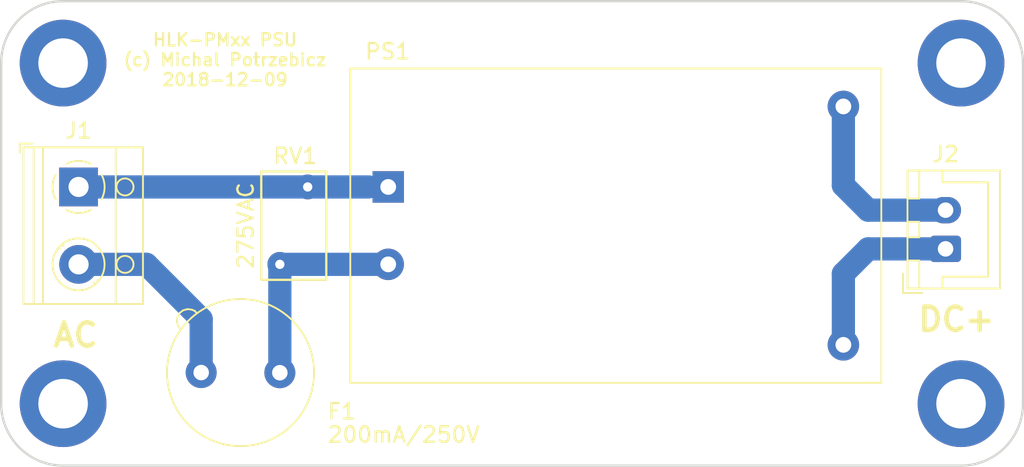
<source format=kicad_pcb>
(kicad_pcb (version 20171130) (host pcbnew 5.0.1-1.fc29)

  (general
    (thickness 1.6)
    (drawings 11)
    (tracks 14)
    (zones 0)
    (modules 9)
    (nets 6)
  )

  (page A4)
  (layers
    (0 F.Cu signal)
    (31 B.Cu signal)
    (32 B.Adhes user)
    (33 F.Adhes user)
    (34 B.Paste user)
    (35 F.Paste user)
    (36 B.SilkS user)
    (37 F.SilkS user)
    (38 B.Mask user)
    (39 F.Mask user)
    (40 Dwgs.User user)
    (41 Cmts.User user)
    (42 Eco1.User user)
    (43 Eco2.User user)
    (44 Edge.Cuts user)
    (45 Margin user)
    (46 B.CrtYd user)
    (47 F.CrtYd user)
    (48 B.Fab user)
    (49 F.Fab user)
  )

  (setup
    (last_trace_width 0.25)
    (trace_clearance 0.2)
    (zone_clearance 0.508)
    (zone_45_only no)
    (trace_min 0.2)
    (segment_width 0.2)
    (edge_width 0.15)
    (via_size 0.8)
    (via_drill 0.4)
    (via_min_size 0.4)
    (via_min_drill 0.3)
    (uvia_size 0.3)
    (uvia_drill 0.1)
    (uvias_allowed no)
    (uvia_min_size 0.2)
    (uvia_min_drill 0.1)
    (pcb_text_width 0.3)
    (pcb_text_size 1.5 1.5)
    (mod_edge_width 0.15)
    (mod_text_size 1 1)
    (mod_text_width 0.15)
    (pad_size 1.524 1.524)
    (pad_drill 0.762)
    (pad_to_mask_clearance 0.051)
    (solder_mask_min_width 0.25)
    (aux_axis_origin 0 0)
    (visible_elements FFFFFF7F)
    (pcbplotparams
      (layerselection 0x010fc_ffffffff)
      (usegerberextensions false)
      (usegerberattributes false)
      (usegerberadvancedattributes false)
      (creategerberjobfile false)
      (excludeedgelayer true)
      (linewidth 0.100000)
      (plotframeref false)
      (viasonmask false)
      (mode 1)
      (useauxorigin false)
      (hpglpennumber 1)
      (hpglpenspeed 20)
      (hpglpendiameter 15.000000)
      (psnegative false)
      (psa4output false)
      (plotreference true)
      (plotvalue true)
      (plotinvisibletext false)
      (padsonsilk false)
      (subtractmaskfromsilk false)
      (outputformat 1)
      (mirror false)
      (drillshape 0)
      (scaleselection 1)
      (outputdirectory "gerber/"))
  )

  (net 0 "")
  (net 1 "Net-(F1-Pad1)")
  (net 2 "Net-(F1-Pad2)")
  (net 3 "Net-(J1-Pad1)")
  (net 4 "Net-(J2-Pad1)")
  (net 5 "Net-(J2-Pad2)")

  (net_class Default "This is the default net class."
    (clearance 0.2)
    (trace_width 0.25)
    (via_dia 0.8)
    (via_drill 0.4)
    (uvia_dia 0.3)
    (uvia_drill 0.1)
    (add_net "Net-(F1-Pad1)")
    (add_net "Net-(F1-Pad2)")
    (add_net "Net-(J1-Pad1)")
    (add_net "Net-(J2-Pad1)")
    (add_net "Net-(J2-Pad2)")
  )

  (module MountingHole:MountingHole_3.2mm_M3_DIN965_Pad (layer F.Cu) (tedit 5C0D8107) (tstamp 5C19EC10)
    (at 172 82)
    (descr "Mounting Hole 3.2mm, M3, DIN965")
    (tags "mounting hole 3.2mm m3 din965")
    (attr virtual)
    (fp_text reference REF** (at 0 -3.8) (layer F.SilkS) hide
      (effects (font (size 1 1) (thickness 0.15)))
    )
    (fp_text value MountingHole_3.2mm_M3_DIN965_Pad (at 0 3.8) (layer F.Fab) hide
      (effects (font (size 1 1) (thickness 0.15)))
    )
    (fp_text user %R (at 0.3 0) (layer F.Fab)
      (effects (font (size 1 1) (thickness 0.15)))
    )
    (fp_circle (center 0 0) (end 2.8 0) (layer Cmts.User) (width 0.15))
    (fp_circle (center 0 0) (end 3.05 0) (layer F.CrtYd) (width 0.05))
    (pad 1 thru_hole circle (at 0 0) (size 5.6 5.6) (drill 3.2) (layers *.Cu *.Mask))
  )

  (module MountingHole:MountingHole_3.2mm_M3_DIN965_Pad (layer F.Cu) (tedit 5C0D8107) (tstamp 5C19EBE6)
    (at 172 104)
    (descr "Mounting Hole 3.2mm, M3, DIN965")
    (tags "mounting hole 3.2mm m3 din965")
    (attr virtual)
    (fp_text reference REF** (at 0 -3.8) (layer F.SilkS) hide
      (effects (font (size 1 1) (thickness 0.15)))
    )
    (fp_text value MountingHole_3.2mm_M3_DIN965_Pad (at 0 3.8) (layer F.Fab) hide
      (effects (font (size 1 1) (thickness 0.15)))
    )
    (fp_circle (center 0 0) (end 3.05 0) (layer F.CrtYd) (width 0.05))
    (fp_circle (center 0 0) (end 2.8 0) (layer Cmts.User) (width 0.15))
    (fp_text user %R (at 0.3 0) (layer F.Fab)
      (effects (font (size 1 1) (thickness 0.15)))
    )
    (pad 1 thru_hole circle (at 0 0) (size 5.6 5.6) (drill 3.2) (layers *.Cu *.Mask))
  )

  (module MountingHole:MountingHole_3.2mm_M3_DIN965_Pad (layer F.Cu) (tedit 5C0D8107) (tstamp 5C19EBD8)
    (at 114 104)
    (descr "Mounting Hole 3.2mm, M3, DIN965")
    (tags "mounting hole 3.2mm m3 din965")
    (attr virtual)
    (fp_text reference REF** (at 0 -3.8) (layer F.SilkS) hide
      (effects (font (size 1 1) (thickness 0.15)))
    )
    (fp_text value MountingHole_3.2mm_M3_DIN965_Pad (at 0 3.8) (layer F.Fab) hide
      (effects (font (size 1 1) (thickness 0.15)))
    )
    (fp_text user %R (at 0.3 0) (layer F.Fab)
      (effects (font (size 1 1) (thickness 0.15)))
    )
    (fp_circle (center 0 0) (end 2.8 0) (layer Cmts.User) (width 0.15))
    (fp_circle (center 0 0) (end 3.05 0) (layer F.CrtYd) (width 0.05))
    (pad 1 thru_hole circle (at 0 0) (size 5.6 5.6) (drill 3.2) (layers *.Cu *.Mask))
  )

  (module Fuse:Fuseholder_TR5_Littelfuse_No560_No460 (layer F.Cu) (tedit 5C0D920B) (tstamp 5C19DEAC)
    (at 128 102 180)
    (descr "Fuse, Fuseholder, TR5, Littelfuse/Wickmann, No. 460, No560,")
    (tags "Fuse Fuseholder TR5 Littelfuse/Wickmann No. 460 No560 ")
    (path /5C0D7D20)
    (fp_text reference F1 (at -4 -2.5 180) (layer F.SilkS)
      (effects (font (size 1 1) (thickness 0.15)))
    )
    (fp_text value 200mA/250V (at -8 -4 180) (layer F.SilkS)
      (effects (font (size 1 1) (thickness 0.15)))
    )
    (fp_text user %R (at 2.75 -2.75 180) (layer F.Fab)
      (effects (font (size 1 1) (thickness 0.15)))
    )
    (fp_line (start 5.44 3.94) (end 5.31 3.79) (layer F.Fab) (width 0.1))
    (fp_line (start 5.62 4.02) (end 5.44 3.94) (layer F.Fab) (width 0.1))
    (fp_line (start 5.91 4.06) (end 5.62 4.02) (layer F.Fab) (width 0.1))
    (fp_line (start 6.2 3.98) (end 5.91 4.06) (layer F.Fab) (width 0.1))
    (fp_line (start 6.42 3.81) (end 6.2 3.98) (layer F.Fab) (width 0.1))
    (fp_line (start 6.57 3.55) (end 6.42 3.81) (layer F.Fab) (width 0.1))
    (fp_line (start 6.6 3.29) (end 6.57 3.55) (layer F.Fab) (width 0.1))
    (fp_line (start 6.55 3.04) (end 6.6 3.29) (layer F.Fab) (width 0.1))
    (fp_line (start 6.46 2.88) (end 6.55 3.04) (layer F.Fab) (width 0.1))
    (fp_line (start 6.34 2.74) (end 6.46 2.88) (layer F.Fab) (width 0.1))
    (fp_line (start 6.39 2.79) (end 6.51 2.93) (layer F.SilkS) (width 0.12))
    (fp_line (start 6.51 2.93) (end 6.6 3.09) (layer F.SilkS) (width 0.12))
    (fp_line (start 6.6 3.09) (end 6.65 3.34) (layer F.SilkS) (width 0.12))
    (fp_line (start 6.65 3.34) (end 6.62 3.6) (layer F.SilkS) (width 0.12))
    (fp_line (start 6.62 3.6) (end 6.47 3.86) (layer F.SilkS) (width 0.12))
    (fp_line (start 6.47 3.86) (end 6.25 4.03) (layer F.SilkS) (width 0.12))
    (fp_line (start 6.25 4.03) (end 5.96 4.11) (layer F.SilkS) (width 0.12))
    (fp_line (start 5.96 4.11) (end 5.67 4.07) (layer F.SilkS) (width 0.12))
    (fp_line (start 5.67 4.07) (end 5.49 3.99) (layer F.SilkS) (width 0.12))
    (fp_line (start 5.49 3.99) (end 5.36 3.84) (layer F.SilkS) (width 0.12))
    (fp_line (start -2.46 -4.99) (end 7.54 -4.99) (layer F.CrtYd) (width 0.05))
    (fp_line (start -2.46 -4.99) (end -2.46 5.01) (layer F.CrtYd) (width 0.05))
    (fp_line (start 7.54 5.01) (end 7.54 -4.99) (layer F.CrtYd) (width 0.05))
    (fp_line (start 7.54 5.01) (end -2.46 5.01) (layer F.CrtYd) (width 0.05))
    (fp_circle (center 2.55 0) (end 7.25 0) (layer F.Fab) (width 0.1))
    (fp_circle (center 2.54 0.01) (end 7.29 0.01) (layer F.SilkS) (width 0.12))
    (pad 1 thru_hole circle (at 0 0 180) (size 2 2) (drill 1) (layers *.Cu *.Mask)
      (net 1 "Net-(F1-Pad1)"))
    (pad 2 thru_hole circle (at 5.08 0.01 180) (size 2 2) (drill 1) (layers *.Cu *.Mask)
      (net 2 "Net-(F1-Pad2)"))
    (model ${KISYS3DMOD}/Fuse.3dshapes/Fuseholder_TR5_Littelfuse_No560_No460.wrl
      (at (xyz 0 0 0))
      (scale (xyz 1 1 1))
      (rotate (xyz 0 0 0))
    )
  )

  (module TerminalBlock_RND:TerminalBlock_RND_205-00012_1x02_P5.00mm_Horizontal (layer F.Cu) (tedit 5B294F52) (tstamp 5C19DEDC)
    (at 115 90 270)
    (descr "terminal block RND 205-00012, 2 pins, pitch 5mm, size 10x7.6mm^2, drill diamater 1.3mm, pad diameter 2.5mm, see http://cdn-reichelt.de/documents/datenblatt/C151/RND_205-00012_DB_EN.pdf, script-generated using https://github.com/pointhi/kicad-footprint-generator/scripts/TerminalBlock_RND")
    (tags "THT terminal block RND 205-00012 pitch 5mm size 10x7.6mm^2 drill 1.3mm pad 2.5mm")
    (path /5C0D800B)
    (fp_text reference J1 (at -3.64 0) (layer F.SilkS)
      (effects (font (size 1 1) (thickness 0.15)))
    )
    (fp_text value Mains (at -4 0) (layer F.Fab)
      (effects (font (size 1 1) (thickness 0.15)))
    )
    (fp_arc (start 0 0) (end 0 1.68) (angle -28) (layer F.SilkS) (width 0.12))
    (fp_arc (start 0 0) (end 1.484 0.789) (angle -56) (layer F.SilkS) (width 0.12))
    (fp_arc (start 0 0) (end 0.789 -1.484) (angle -56) (layer F.SilkS) (width 0.12))
    (fp_arc (start 0 0) (end -1.484 -0.789) (angle -56) (layer F.SilkS) (width 0.12))
    (fp_arc (start 0 0) (end -0.789 1.484) (angle -29) (layer F.SilkS) (width 0.12))
    (fp_circle (center 0 0) (end 1.5 0) (layer F.Fab) (width 0.1))
    (fp_circle (center 0 -3) (end 0.55 -3) (layer F.Fab) (width 0.1))
    (fp_circle (center 0 -3) (end 0.55 -3) (layer F.SilkS) (width 0.12))
    (fp_circle (center 5 0) (end 6.5 0) (layer F.Fab) (width 0.1))
    (fp_circle (center 5 0) (end 6.68 0) (layer F.SilkS) (width 0.12))
    (fp_circle (center 5 -3) (end 5.55 -3) (layer F.Fab) (width 0.1))
    (fp_circle (center 5 -3) (end 5.55 -3) (layer F.SilkS) (width 0.12))
    (fp_line (start -2.5 -4.1) (end 7.5 -4.1) (layer F.Fab) (width 0.1))
    (fp_line (start 7.5 -4.1) (end 7.5 3.5) (layer F.Fab) (width 0.1))
    (fp_line (start 7.5 3.5) (end -1.9 3.5) (layer F.Fab) (width 0.1))
    (fp_line (start -1.9 3.5) (end -2.5 2.9) (layer F.Fab) (width 0.1))
    (fp_line (start -2.5 2.9) (end -2.5 -4.1) (layer F.Fab) (width 0.1))
    (fp_line (start -2.5 2.9) (end 7.5 2.9) (layer F.Fab) (width 0.1))
    (fp_line (start -2.56 2.9) (end 7.56 2.9) (layer F.SilkS) (width 0.12))
    (fp_line (start -2.5 2.3) (end 7.5 2.3) (layer F.Fab) (width 0.1))
    (fp_line (start -2.56 2.3) (end 7.56 2.3) (layer F.SilkS) (width 0.12))
    (fp_line (start -2.5 -2.4) (end 7.5 -2.4) (layer F.Fab) (width 0.1))
    (fp_line (start -2.56 -2.4) (end 7.56 -2.4) (layer F.SilkS) (width 0.12))
    (fp_line (start -2.56 -4.16) (end 7.56 -4.16) (layer F.SilkS) (width 0.12))
    (fp_line (start -2.56 3.561) (end 7.56 3.561) (layer F.SilkS) (width 0.12))
    (fp_line (start -2.56 -4.16) (end -2.56 3.561) (layer F.SilkS) (width 0.12))
    (fp_line (start 7.56 -4.16) (end 7.56 3.561) (layer F.SilkS) (width 0.12))
    (fp_line (start 1.138 -0.955) (end -0.955 1.138) (layer F.Fab) (width 0.1))
    (fp_line (start 0.955 -1.138) (end -1.138 0.955) (layer F.Fab) (width 0.1))
    (fp_line (start 6.138 -0.955) (end 4.046 1.138) (layer F.Fab) (width 0.1))
    (fp_line (start 5.955 -1.138) (end 3.863 0.955) (layer F.Fab) (width 0.1))
    (fp_line (start 6.275 -1.069) (end 6.181 -0.976) (layer F.SilkS) (width 0.12))
    (fp_line (start 3.99 1.216) (end 3.931 1.274) (layer F.SilkS) (width 0.12))
    (fp_line (start 6.07 -1.275) (end 6.011 -1.216) (layer F.SilkS) (width 0.12))
    (fp_line (start 3.82 0.976) (end 3.726 1.069) (layer F.SilkS) (width 0.12))
    (fp_line (start -2.8 2.96) (end -2.8 3.8) (layer F.SilkS) (width 0.12))
    (fp_line (start -2.8 3.8) (end -2.2 3.8) (layer F.SilkS) (width 0.12))
    (fp_line (start -3 -4.6) (end -3 4) (layer F.CrtYd) (width 0.05))
    (fp_line (start -3 4) (end 8 4) (layer F.CrtYd) (width 0.05))
    (fp_line (start 8 4) (end 8 -4.6) (layer F.CrtYd) (width 0.05))
    (fp_line (start 8 -4.6) (end -3 -4.6) (layer F.CrtYd) (width 0.05))
    (fp_text user %R (at 2.5 -5.16 270) (layer F.Fab)
      (effects (font (size 1 1) (thickness 0.15)))
    )
    (pad 1 thru_hole rect (at 0 0 270) (size 2.5 2.5) (drill 1.3) (layers *.Cu *.Mask)
      (net 3 "Net-(J1-Pad1)"))
    (pad 2 thru_hole circle (at 5 0 270) (size 2.5 2.5) (drill 1.3) (layers *.Cu *.Mask)
      (net 2 "Net-(F1-Pad2)"))
    (model ${KISYS3DMOD}/TerminalBlock_RND.3dshapes/TerminalBlock_RND_205-00012_1x02_P5.00mm_Horizontal.wrl
      (at (xyz 0 0 0))
      (scale (xyz 1 1 1))
      (rotate (xyz 0 0 0))
    )
  )

  (module Connector_JST:JST_XH_B02B-XH-A_1x02_P2.50mm_Vertical (layer F.Cu) (tedit 5B7754C5) (tstamp 5C19FD86)
    (at 171 94 90)
    (descr "JST XH series connector, B02B-XH-A (http://www.jst-mfg.com/product/pdf/eng/eXH.pdf), generated with kicad-footprint-generator")
    (tags "connector JST XH side entry")
    (path /5C0D807F)
    (fp_text reference J2 (at 6.116 0 180) (layer F.SilkS)
      (effects (font (size 1 1) (thickness 0.15)))
    )
    (fp_text value Out (at 6 0) (layer F.Fab)
      (effects (font (size 1 1) (thickness 0.15)))
    )
    (fp_line (start -2.45 -2.35) (end -2.45 3.4) (layer F.Fab) (width 0.1))
    (fp_line (start -2.45 3.4) (end 4.95 3.4) (layer F.Fab) (width 0.1))
    (fp_line (start 4.95 3.4) (end 4.95 -2.35) (layer F.Fab) (width 0.1))
    (fp_line (start 4.95 -2.35) (end -2.45 -2.35) (layer F.Fab) (width 0.1))
    (fp_line (start -2.56 -2.46) (end -2.56 3.51) (layer F.SilkS) (width 0.12))
    (fp_line (start -2.56 3.51) (end 5.06 3.51) (layer F.SilkS) (width 0.12))
    (fp_line (start 5.06 3.51) (end 5.06 -2.46) (layer F.SilkS) (width 0.12))
    (fp_line (start 5.06 -2.46) (end -2.56 -2.46) (layer F.SilkS) (width 0.12))
    (fp_line (start -2.95 -2.85) (end -2.95 3.9) (layer F.CrtYd) (width 0.05))
    (fp_line (start -2.95 3.9) (end 5.45 3.9) (layer F.CrtYd) (width 0.05))
    (fp_line (start 5.45 3.9) (end 5.45 -2.85) (layer F.CrtYd) (width 0.05))
    (fp_line (start 5.45 -2.85) (end -2.95 -2.85) (layer F.CrtYd) (width 0.05))
    (fp_line (start -0.625 -2.35) (end 0 -1.35) (layer F.Fab) (width 0.1))
    (fp_line (start 0 -1.35) (end 0.625 -2.35) (layer F.Fab) (width 0.1))
    (fp_line (start 0.75 -2.45) (end 0.75 -1.7) (layer F.SilkS) (width 0.12))
    (fp_line (start 0.75 -1.7) (end 1.75 -1.7) (layer F.SilkS) (width 0.12))
    (fp_line (start 1.75 -1.7) (end 1.75 -2.45) (layer F.SilkS) (width 0.12))
    (fp_line (start 1.75 -2.45) (end 0.75 -2.45) (layer F.SilkS) (width 0.12))
    (fp_line (start -2.55 -2.45) (end -2.55 -1.7) (layer F.SilkS) (width 0.12))
    (fp_line (start -2.55 -1.7) (end -0.75 -1.7) (layer F.SilkS) (width 0.12))
    (fp_line (start -0.75 -1.7) (end -0.75 -2.45) (layer F.SilkS) (width 0.12))
    (fp_line (start -0.75 -2.45) (end -2.55 -2.45) (layer F.SilkS) (width 0.12))
    (fp_line (start 3.25 -2.45) (end 3.25 -1.7) (layer F.SilkS) (width 0.12))
    (fp_line (start 3.25 -1.7) (end 5.05 -1.7) (layer F.SilkS) (width 0.12))
    (fp_line (start 5.05 -1.7) (end 5.05 -2.45) (layer F.SilkS) (width 0.12))
    (fp_line (start 5.05 -2.45) (end 3.25 -2.45) (layer F.SilkS) (width 0.12))
    (fp_line (start -2.55 -0.2) (end -1.8 -0.2) (layer F.SilkS) (width 0.12))
    (fp_line (start -1.8 -0.2) (end -1.8 2.75) (layer F.SilkS) (width 0.12))
    (fp_line (start -1.8 2.75) (end 1.25 2.75) (layer F.SilkS) (width 0.12))
    (fp_line (start 5.05 -0.2) (end 4.3 -0.2) (layer F.SilkS) (width 0.12))
    (fp_line (start 4.3 -0.2) (end 4.3 2.75) (layer F.SilkS) (width 0.12))
    (fp_line (start 4.3 2.75) (end 1.25 2.75) (layer F.SilkS) (width 0.12))
    (fp_line (start -1.6 -2.75) (end -2.85 -2.75) (layer F.SilkS) (width 0.12))
    (fp_line (start -2.85 -2.75) (end -2.85 -1.5) (layer F.SilkS) (width 0.12))
    (fp_text user %R (at 1.25 2.7 90) (layer F.Fab)
      (effects (font (size 1 1) (thickness 0.15)))
    )
    (pad 1 thru_hole roundrect (at 0 0 90) (size 1.7 2) (drill 1) (layers *.Cu *.Mask) (roundrect_rratio 0.147059)
      (net 4 "Net-(J2-Pad1)"))
    (pad 2 thru_hole oval (at 2.5 0 90) (size 1.7 2) (drill 1) (layers *.Cu *.Mask)
      (net 5 "Net-(J2-Pad2)"))
    (model ${KISYS3DMOD}/Connector_JST.3dshapes/JST_XH_B02B-XH-A_1x02_P2.50mm_Vertical.wrl
      (at (xyz 0 0 0))
      (scale (xyz 1 1 1))
      (rotate (xyz 0 0 0))
    )
  )

  (module Elevendroids_Converter_ACDC:Elevendroids_Converter_ACDC_HLK-PMxx (layer F.Cu) (tedit 5C0D7A76) (tstamp 5C19E68F)
    (at 135 90)
    (descr http://www.hlktech.net/product_detail.php?ProId=54)
    (tags "ACDC-Converter 3W THT")
    (path /5C0D7B1A)
    (fp_text reference PS1 (at -0.032 -8.75) (layer F.SilkS)
      (effects (font (size 1 1) (thickness 0.15)))
    )
    (fp_text value HLK-PM01 (at 14.7 13.75) (layer F.Fab)
      (effects (font (size 1 1) (thickness 0.15)))
    )
    (fp_line (start -2.3 -7.5) (end 31.7 -7.5) (layer F.Fab) (width 0.1))
    (fp_line (start 31.7 -7.5) (end 31.7 12.5) (layer F.Fab) (width 0.1))
    (fp_line (start 31.7 12.5) (end -2.3 12.5) (layer F.Fab) (width 0.1))
    (fp_line (start -2.3 12.5) (end -2.3 -7.5) (layer F.Fab) (width 0.1))
    (fp_line (start -2.55 -7.75) (end 31.95 -7.75) (layer F.CrtYd) (width 0.05))
    (fp_line (start 31.95 -7.75) (end 31.95 12.75) (layer F.CrtYd) (width 0.05))
    (fp_line (start 31.95 12.75) (end -2.55 12.75) (layer F.CrtYd) (width 0.05))
    (fp_line (start -2.55 12.75) (end -2.55 -7.75) (layer F.CrtYd) (width 0.05))
    (fp_line (start -2.45 -7.65) (end 31.85 -7.65) (layer F.SilkS) (width 0.12))
    (fp_line (start 31.85 -7.65) (end 31.85 12.65) (layer F.SilkS) (width 0.12))
    (fp_line (start 31.85 12.65) (end -2.45 12.65) (layer F.SilkS) (width 0.12))
    (fp_line (start -2.45 12.65) (end -2.45 -7.65) (layer F.SilkS) (width 0.12))
    (fp_text user %R (at 14.954 2.5) (layer F.Fab)
      (effects (font (size 1 1) (thickness 0.15)))
    )
    (fp_line (start -2.3 -0.9) (end -1.2 0) (layer F.Fab) (width 0.1))
    (fp_line (start -1.2 0) (end -2.3 0.9) (layer F.Fab) (width 0.1))
    (pad 1 thru_hole rect (at 0 0) (size 2.032 2.032) (drill 1.016) (layers *.Cu *.Mask)
      (net 3 "Net-(J1-Pad1)"))
    (pad 2 thru_hole circle (at 0 5) (size 2.032 2.032) (drill 1.016) (layers *.Cu *.Mask)
      (net 1 "Net-(F1-Pad1)"))
    (pad 3 thru_hole circle (at 29.4 -5.2) (size 2.032 2.032) (drill 1.016) (layers *.Cu *.Mask)
      (net 5 "Net-(J2-Pad2)"))
    (pad 4 thru_hole circle (at 29.4 10.2) (size 2.032 2.032) (drill 1.016) (layers *.Cu *.Mask)
      (net 4 "Net-(J2-Pad1)"))
  )

  (module Varistor:RV_Disc_D7mm_W4.2mm_P5mm (layer F.Cu) (tedit 5C0D921F) (tstamp 5C19E191)
    (at 128 95 90)
    (descr "Varistor, diameter 7mm, width 4.2mm, pitch 5mm")
    (tags "varistor SIOV")
    (path /5C0D7E48)
    (fp_text reference RV1 (at 7 1 180) (layer F.SilkS)
      (effects (font (size 1 1) (thickness 0.15)))
    )
    (fp_text value 275VAC (at 2.5 -2.2 90) (layer F.SilkS)
      (effects (font (size 1 1) (thickness 0.15)))
    )
    (fp_text user %R (at 2.5 0.9 90) (layer F.Fab)
      (effects (font (size 1 1) (thickness 0.15)))
    )
    (fp_line (start -1.25 3.25) (end 6.25 3.25) (layer F.CrtYd) (width 0.05))
    (fp_line (start -1.25 -1.45) (end 6.25 -1.45) (layer F.CrtYd) (width 0.05))
    (fp_line (start 6.25 -1.45) (end 6.25 3.25) (layer F.CrtYd) (width 0.05))
    (fp_line (start -1.25 -1.45) (end -1.25 3.25) (layer F.CrtYd) (width 0.05))
    (fp_line (start -1 3) (end 6 3) (layer F.SilkS) (width 0.15))
    (fp_line (start -1 -1.2) (end 6 -1.2) (layer F.SilkS) (width 0.15))
    (fp_line (start 6 -1.2) (end 6 3) (layer F.SilkS) (width 0.15))
    (fp_line (start -1 -1.2) (end -1 3) (layer F.SilkS) (width 0.15))
    (fp_line (start -1 3) (end 6 3) (layer F.Fab) (width 0.1))
    (fp_line (start -1 -1.2) (end 6 -1.2) (layer F.Fab) (width 0.1))
    (fp_line (start 6 -1.2) (end 6 3) (layer F.Fab) (width 0.1))
    (fp_line (start -1 -1.2) (end -1 3) (layer F.Fab) (width 0.1))
    (pad 1 thru_hole circle (at 0 0 90) (size 1.6 1.6) (drill 0.6) (layers *.Cu *.Mask)
      (net 1 "Net-(F1-Pad1)"))
    (pad 2 thru_hole circle (at 5 1.8 90) (size 1.6 1.6) (drill 0.6) (layers *.Cu *.Mask)
      (net 3 "Net-(J1-Pad1)"))
    (model ${KISYS3DMOD}/Varistor.3dshapes/RV_Disc_D7mm_W4.2mm_P5mm.wrl
      (at (xyz 0 0 0))
      (scale (xyz 1 1 1))
      (rotate (xyz 0 0 0))
    )
  )

  (module MountingHole:MountingHole_3.2mm_M3_DIN965_Pad (layer F.Cu) (tedit 5C0D8107) (tstamp 5C19EB72)
    (at 114 82)
    (descr "Mounting Hole 3.2mm, M3, DIN965")
    (tags "mounting hole 3.2mm m3 din965")
    (attr virtual)
    (fp_text reference REF** (at 0 -3.8) (layer F.SilkS) hide
      (effects (font (size 1 1) (thickness 0.15)))
    )
    (fp_text value MountingHole_3.2mm_M3_DIN965_Pad (at 0 3.8) (layer F.Fab) hide
      (effects (font (size 1 1) (thickness 0.15)))
    )
    (fp_circle (center 0 0) (end 3.05 0) (layer F.CrtYd) (width 0.05))
    (fp_circle (center 0 0) (end 2.8 0) (layer Cmts.User) (width 0.15))
    (fp_text user %R (at 0.3 0) (layer F.Fab)
      (effects (font (size 1 1) (thickness 0.15)))
    )
    (pad 1 thru_hole circle (at 0 0) (size 5.6 5.6) (drill 3.2) (layers *.Cu *.Mask))
  )

  (gr_text "HLK-PMxx PSU\n(c) Michal Potrzebicz\n2018-12-09" (at 124.46 81.788) (layer F.SilkS)
    (effects (font (size 0.8 0.8) (thickness 0.15)))
  )
  (gr_text AC (at 114.808 99.568) (layer F.SilkS)
    (effects (font (size 1.5 1.5) (thickness 0.3)))
  )
  (gr_text DC+ (at 171.704 98.552) (layer F.SilkS)
    (effects (font (size 1.5 1.5) (thickness 0.3)))
  )
  (gr_arc (start 172 104) (end 172 108) (angle -90) (layer Edge.Cuts) (width 0.15))
  (gr_arc (start 172 82) (end 176 82) (angle -90) (layer Edge.Cuts) (width 0.15))
  (gr_arc (start 114 104) (end 110 104) (angle -90) (layer Edge.Cuts) (width 0.15))
  (gr_arc (start 114 82) (end 114 78) (angle -90) (layer Edge.Cuts) (width 0.15))
  (gr_line (start 172 78) (end 114 78) (layer Edge.Cuts) (width 0.15))
  (gr_line (start 176 104) (end 176 82) (layer Edge.Cuts) (width 0.15))
  (gr_line (start 114 108) (end 172 108) (layer Edge.Cuts) (width 0.15))
  (gr_line (start 110 82) (end 110 104) (layer Edge.Cuts) (width 0.15))

  (segment (start 128 102) (end 128 95) (width 1.5) (layer B.Cu) (net 1))
  (segment (start 128 95) (end 135 95) (width 1.5) (layer B.Cu) (net 1))
  (segment (start 115 95) (end 119.384 95) (width 1.5) (layer B.Cu) (net 2))
  (segment (start 122.92 98.536) (end 122.92 101.99) (width 1.5) (layer B.Cu) (net 2))
  (segment (start 119.384 95) (end 122.92 98.536) (width 1.5) (layer B.Cu) (net 2))
  (segment (start 115 90) (end 129.8 90) (width 1.5) (layer B.Cu) (net 3))
  (segment (start 133.734 90) (end 129.8 90) (width 1.5) (layer B.Cu) (net 3))
  (segment (start 135 90) (end 133.734 90) (width 0.25) (layer B.Cu) (net 3))
  (segment (start 164.4 100.2) (end 164.4 95.6) (width 1.5) (layer B.Cu) (net 4))
  (segment (start 166 94) (end 171 94) (width 1.5) (layer B.Cu) (net 4))
  (segment (start 164.4 95.6) (end 166 94) (width 1.5) (layer B.Cu) (net 4))
  (segment (start 164.4 84.8) (end 164.4 89.9) (width 1.5) (layer B.Cu) (net 5))
  (segment (start 166 91.5) (end 171 91.5) (width 1.5) (layer B.Cu) (net 5))
  (segment (start 164.4 89.9) (end 166 91.5) (width 1.5) (layer B.Cu) (net 5))

)

</source>
